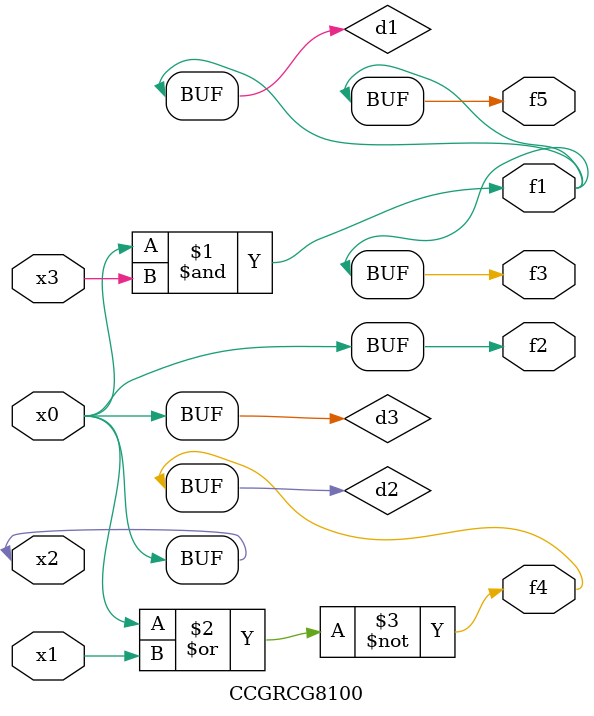
<source format=v>
module CCGRCG8100(
	input x0, x1, x2, x3,
	output f1, f2, f3, f4, f5
);

	wire d1, d2, d3;

	and (d1, x2, x3);
	nor (d2, x0, x1);
	buf (d3, x0, x2);
	assign f1 = d1;
	assign f2 = d3;
	assign f3 = d1;
	assign f4 = d2;
	assign f5 = d1;
endmodule

</source>
